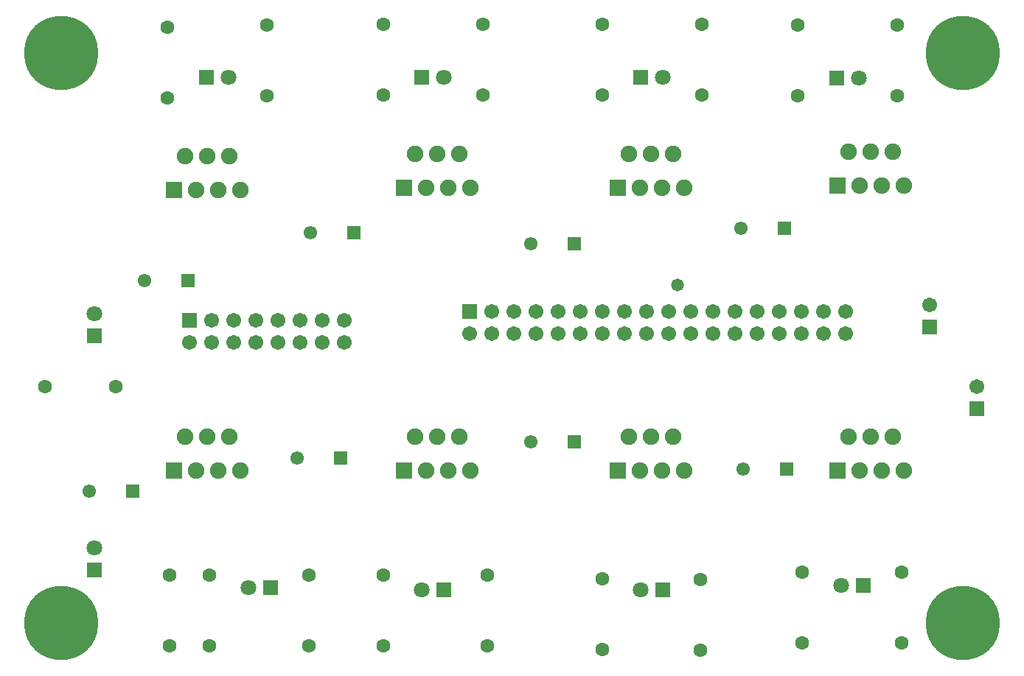
<source format=gbs>
G04 Layer_Color=16711935*
%FSLAX25Y25*%
%MOIN*%
G70*
G01*
G75*
%ADD37C,0.07493*%
%ADD38R,0.07493X0.07493*%
%ADD39C,0.06312*%
%ADD40C,0.33477*%
%ADD41R,0.06706X0.06706*%
%ADD42C,0.06706*%
%ADD43R,0.06706X0.06706*%
%ADD44R,0.07099X0.07099*%
%ADD45C,0.07099*%
%ADD46R,0.07099X0.07099*%
%ADD47C,0.06115*%
%ADD48R,0.06115X0.06115*%
%ADD49C,0.05800*%
D37*
X401500Y219000D02*
D03*
X396500Y234354D02*
D03*
X391500Y219000D02*
D03*
X386500Y234354D02*
D03*
X381500Y219000D02*
D03*
X376500Y234354D02*
D03*
X401500Y90000D02*
D03*
X396500Y105354D02*
D03*
X391500Y90000D02*
D03*
X386500Y105354D02*
D03*
X381500Y90000D02*
D03*
X376500Y105354D02*
D03*
X205500Y218000D02*
D03*
X200500Y233354D02*
D03*
X195500Y218000D02*
D03*
X190500Y233354D02*
D03*
X185500Y218000D02*
D03*
X180500Y233354D02*
D03*
X205500Y90000D02*
D03*
X200500Y105354D02*
D03*
X195500Y90000D02*
D03*
X190500Y105354D02*
D03*
X185500Y90000D02*
D03*
X180500Y105354D02*
D03*
X101500Y90000D02*
D03*
X96500Y105354D02*
D03*
X91500Y90000D02*
D03*
X86500Y105354D02*
D03*
X81500Y90000D02*
D03*
X76500Y105354D02*
D03*
X101500Y217000D02*
D03*
X96500Y232354D02*
D03*
X91500Y217000D02*
D03*
X86500Y232354D02*
D03*
X81500Y217000D02*
D03*
X76500Y232354D02*
D03*
X302000Y218000D02*
D03*
X297000Y233354D02*
D03*
X292000Y218000D02*
D03*
X287000Y233354D02*
D03*
X282000Y218000D02*
D03*
X277000Y233354D02*
D03*
X302000Y90000D02*
D03*
X297000Y105354D02*
D03*
X292000Y90000D02*
D03*
X287000Y105354D02*
D03*
X282000Y90000D02*
D03*
X277000Y105354D02*
D03*
D38*
X371500Y219000D02*
D03*
Y90000D02*
D03*
X175500Y218000D02*
D03*
Y90000D02*
D03*
X71500D02*
D03*
Y217000D02*
D03*
X272000Y218000D02*
D03*
Y90000D02*
D03*
D39*
X13000Y128000D02*
D03*
X45000D02*
D03*
X87500Y10500D02*
D03*
Y42500D02*
D03*
X355500Y12000D02*
D03*
Y44000D02*
D03*
X265000Y9000D02*
D03*
Y41000D02*
D03*
X398500Y291500D02*
D03*
Y259500D02*
D03*
X166000Y10500D02*
D03*
Y42500D02*
D03*
X310000Y292000D02*
D03*
Y260000D02*
D03*
X211000Y292000D02*
D03*
Y260000D02*
D03*
X113500Y291500D02*
D03*
Y259500D02*
D03*
X265000Y292000D02*
D03*
Y260000D02*
D03*
X213000Y10500D02*
D03*
Y42500D02*
D03*
X400500Y12000D02*
D03*
Y44000D02*
D03*
X132500Y10500D02*
D03*
Y42500D02*
D03*
X309500Y8500D02*
D03*
Y40500D02*
D03*
X166000Y292000D02*
D03*
Y260000D02*
D03*
X353500Y291500D02*
D03*
Y259500D02*
D03*
X68500Y290500D02*
D03*
Y258500D02*
D03*
X69500Y10500D02*
D03*
Y42500D02*
D03*
D40*
X428000Y21000D02*
D03*
X20500D02*
D03*
X428000Y279000D02*
D03*
X20500D02*
D03*
D41*
X78500Y158000D02*
D03*
X205000Y162000D02*
D03*
D42*
X78500Y148000D02*
D03*
X88500Y158000D02*
D03*
Y148000D02*
D03*
X98500Y158000D02*
D03*
Y148000D02*
D03*
X108500Y158000D02*
D03*
Y148000D02*
D03*
X118500Y158000D02*
D03*
Y148000D02*
D03*
X128500Y158000D02*
D03*
Y148000D02*
D03*
X138500Y158000D02*
D03*
Y148000D02*
D03*
X148500Y158000D02*
D03*
Y148000D02*
D03*
X375000Y152000D02*
D03*
Y162000D02*
D03*
X365000Y152000D02*
D03*
Y162000D02*
D03*
X355000Y152000D02*
D03*
Y162000D02*
D03*
X345000Y152000D02*
D03*
Y162000D02*
D03*
X335000Y152000D02*
D03*
Y162000D02*
D03*
X325000Y152000D02*
D03*
Y162000D02*
D03*
X315000Y152000D02*
D03*
Y162000D02*
D03*
X305000Y152000D02*
D03*
Y162000D02*
D03*
X295000Y152000D02*
D03*
Y162000D02*
D03*
X285000Y152000D02*
D03*
Y162000D02*
D03*
X275000Y152000D02*
D03*
Y162000D02*
D03*
X265000Y152000D02*
D03*
Y162000D02*
D03*
X255000Y152000D02*
D03*
Y162000D02*
D03*
X245000Y152000D02*
D03*
Y162000D02*
D03*
X235000Y152000D02*
D03*
Y162000D02*
D03*
X225000Y152000D02*
D03*
Y162000D02*
D03*
X215000Y152000D02*
D03*
Y162000D02*
D03*
X205000Y152000D02*
D03*
X413000Y165000D02*
D03*
X434500Y128000D02*
D03*
D43*
X413000Y155000D02*
D03*
X434500Y118000D02*
D03*
D44*
X35500Y151000D02*
D03*
Y45000D02*
D03*
D45*
Y161000D02*
D03*
X373000Y38000D02*
D03*
X105000Y37049D02*
D03*
X381000Y267561D02*
D03*
X292500Y268061D02*
D03*
X193500D02*
D03*
X282500Y36000D02*
D03*
X96000Y268061D02*
D03*
X183500Y36000D02*
D03*
X35500Y55000D02*
D03*
D46*
X383000Y38000D02*
D03*
X115000Y37049D02*
D03*
X371000Y267561D02*
D03*
X282500Y268061D02*
D03*
X183500D02*
D03*
X292500Y36000D02*
D03*
X86000Y268061D02*
D03*
X193500Y36000D02*
D03*
D47*
X328658Y90500D02*
D03*
X327658Y199500D02*
D03*
X232658Y103000D02*
D03*
Y192500D02*
D03*
X133158Y197500D02*
D03*
X127157Y95500D02*
D03*
X58157Y176000D02*
D03*
X33000Y80500D02*
D03*
D48*
X348342Y90500D02*
D03*
X347342Y199500D02*
D03*
X252343Y103000D02*
D03*
Y192500D02*
D03*
X152842Y197500D02*
D03*
X146843Y95500D02*
D03*
X77842Y176000D02*
D03*
X52685Y80500D02*
D03*
D49*
X299000Y174000D02*
D03*
M02*

</source>
